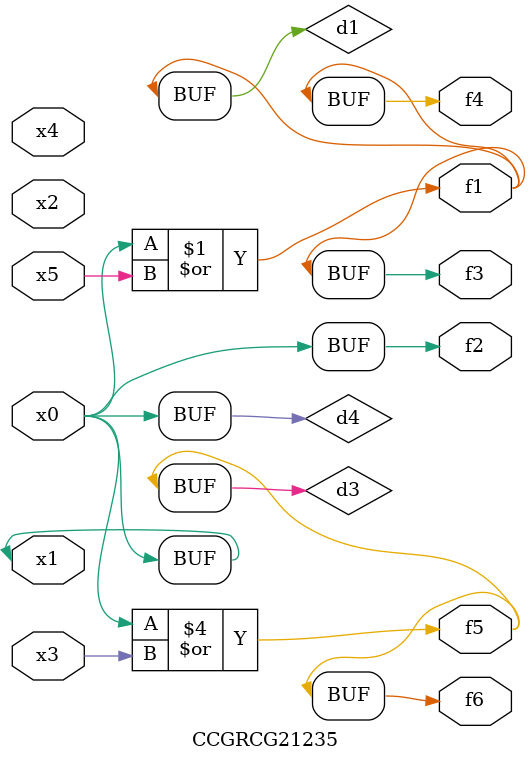
<source format=v>
module CCGRCG21235(
	input x0, x1, x2, x3, x4, x5,
	output f1, f2, f3, f4, f5, f6
);

	wire d1, d2, d3, d4;

	or (d1, x0, x5);
	xnor (d2, x1, x4);
	or (d3, x0, x3);
	buf (d4, x0, x1);
	assign f1 = d1;
	assign f2 = d4;
	assign f3 = d1;
	assign f4 = d1;
	assign f5 = d3;
	assign f6 = d3;
endmodule

</source>
